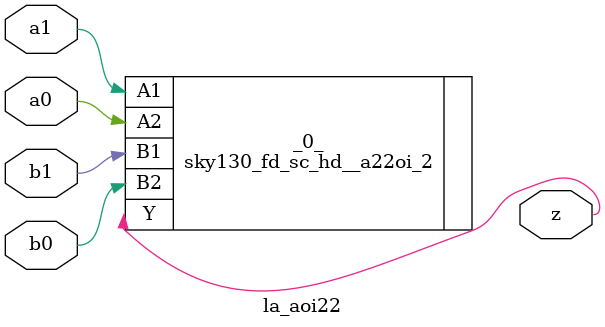
<source format=v>

/* Generated by Yosys 0.44 (git sha1 80ba43d26, g++ 11.4.0-1ubuntu1~22.04 -fPIC -O3) */

(* top =  1  *)
(* src = "generated" *)
module la_aoi22 (
    a0,
    a1,
    b0,
    b1,
    z
);
  (* src = "generated" *)
  input a0;
  wire a0;
  (* src = "generated" *)
  input a1;
  wire a1;
  (* src = "generated" *)
  input b0;
  wire b0;
  (* src = "generated" *)
  input b1;
  wire b1;
  (* src = "generated" *)
  output z;
  wire z;
  sky130_fd_sc_hd__a22oi_2 _0_ (
      .A1(a1),
      .A2(a0),
      .B1(b1),
      .B2(b0),
      .Y (z)
  );
endmodule

</source>
